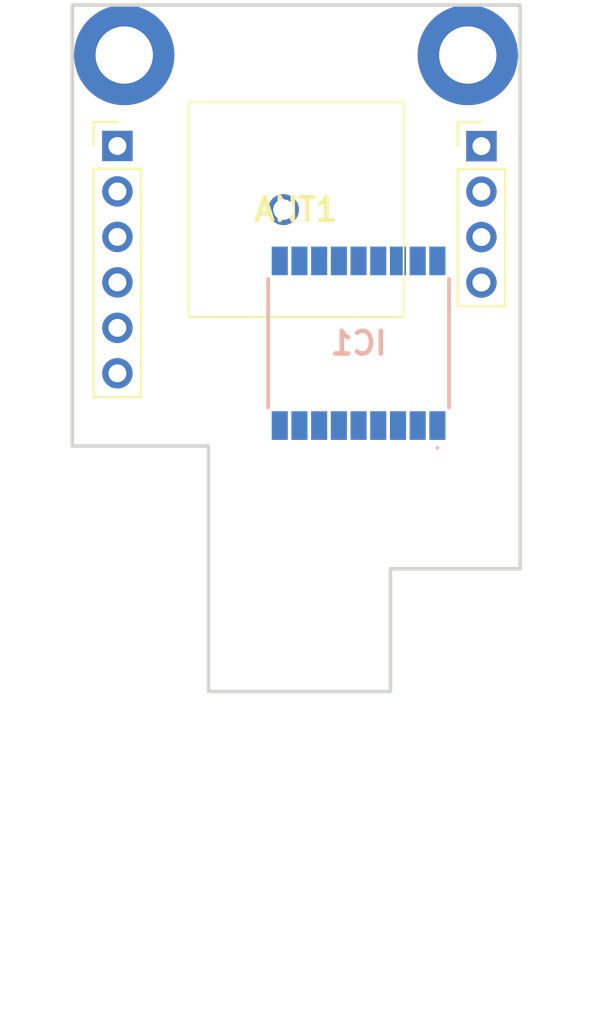
<source format=kicad_pcb>
(kicad_pcb (version 20221018) (generator pcbnew)
  (layers (0 "F.Cu" signal) (31 "B.Cu" signal) (34 "B.Paste" user) (35 "F.Paste" user) (36 "B.SilkS" user "B.Silkscreen") (37 "F.SilkS" user "F.Silkscreen") (38 "B.Mask" user) (39 "F.Mask" user) (44 "Edge.Cuts" user))
  (net 0 "")
  (net 19 "/BRKOUT7")
  (net 20 "/BRKOUT6")
  (net 21 "/BRKOUT5")
  (net 22 "+12P")
  (net 23 "+3V3")
  (net 24 "GND")
  (net 25 "/BRKOUT1")
  (net 26 "/BRKOUT2")
  (net 27 "/BRKOUT3")
  (net 28 "/BRKOUT4")
  (footprint "SamacSys_Parts.3dshapes:GP1575124A02" (layer "F.Cu") (at 161.925 79.629)
    (fp_text reference "ANT1" (at 0.7 0) (layer "F.SilkS") (effects (font (size 1.27 1.27) (thickness 0.254))))
    (fp_text value "GP.1575.12.4.A.02" hide)
    (fp_line (start -5.3 -6) (end 6.7 -6) (stroke (width 0.1)) (layer "F.SilkS"))
    (fp_line (start -5.3 6) (end -5.3 -6) (stroke (width 0.1)) (layer "F.SilkS"))
    (fp_line (start 6.7 -6) (end 6.7 6) (stroke (width 0.1)) (layer "F.SilkS"))
    (fp_line (start 6.7 6) (end -5.3 6) (stroke (width 0.1)) (layer "F.SilkS"))
    (pad "1" thru_hole circle (at 0 0) (size 1.725 1.725) (drill 1.15) (layers "*.Cu" "*.Mask"))
  )
  (footprint "MountingHole:MountingHole_3.2mm_M3_DIN965_Pad" (layer "F.Cu") (at 172.212 70.993)
    (fp_text reference "H7" hide)
    (fp_text value "MountingHole_Pad")
    (pad "1" thru_hole circle (at 0 0) (size 5.6 5.6) (drill 3.2) (layers "*.Cu" "*.Mask") (net 24 "GND"))
  )
  (footprint "MountingHole:MountingHole_3.2mm_M3_DIN965_Pad" (layer "F.Cu") (at 153.035 70.993)
    (fp_text reference "H8" hide)
    (fp_text value "MountingHole_Pad")
    (pad "1" thru_hole circle (at 0 0) (size 5.6 5.6) (drill 3.2) (layers "*.Cu" "*.Mask") (net 24 "GND"))
  )
  (footprint "Connector_PinHeader_2.54mm:PinHeader_1x04_P2.54mm_Vertical" (layer "F.Cu") (at 172.974 76.083)
    (fp_text reference "J3" hide)
    (fp_text value "Conn_01x04")
    (fp_line (start -1.33 -1.33) (end 0 -1.33) (stroke (width 0.12)) (layer "F.SilkS"))
    (fp_line (start -1.33 0) (end -1.33 -1.33) (stroke (width 0.12)) (layer "F.SilkS"))
    (fp_line (start -1.33 1.27) (end -1.33 8.95) (stroke (width 0.12)) (layer "F.SilkS"))
    (fp_line (start -1.33 1.27) (end 1.33 1.27) (stroke (width 0.12)) (layer "F.SilkS"))
    (fp_line (start -1.33 8.95) (end 1.33 8.95) (stroke (width 0.12)) (layer "F.SilkS"))
    (fp_line (start 1.33 1.27) (end 1.33 8.95) (stroke (width 0.12)) (layer "F.SilkS"))
    (pad "1" thru_hole rect (at 0 0) (size 1.7 1.7) (drill 1) (layers "*.Cu" "*.Mask") (net 25 "/BRKOUT1"))
    (pad "2" thru_hole oval (at 0 2.54) (size 1.7 1.7) (drill 1) (layers "*.Cu" "*.Mask") (net 26 "/BRKOUT2"))
    (pad "3" thru_hole oval (at 0 5.08) (size 1.7 1.7) (drill 1) (layers "*.Cu" "*.Mask") (net 27 "/BRKOUT3"))
    (pad "4" thru_hole oval (at 0 7.62) (size 1.7 1.7) (drill 1) (layers "*.Cu" "*.Mask") (net 28 "/BRKOUT4"))
  )
  (footprint "Connector_PinHeader_2.54mm:PinHeader_1x06_P2.54mm_Vertical" (layer "F.Cu") (at 152.654 76.073)
    (fp_text reference "J2")
    (fp_text value "Conn_01x06")
    (fp_line (start -1.33 -1.33) (end 0 -1.33) (stroke (width 0.12)) (layer "F.SilkS"))
    (fp_line (start -1.33 0) (end -1.33 -1.33) (stroke (width 0.12)) (layer "F.SilkS"))
    (fp_line (start -1.33 1.27) (end -1.33 14.03) (stroke (width 0.12)) (layer "F.SilkS"))
    (fp_line (start -1.33 1.27) (end 1.33 1.27) (stroke (width 0.12)) (layer "F.SilkS"))
    (fp_line (start -1.33 14.03) (end 1.33 14.03) (stroke (width 0.12)) (layer "F.SilkS"))
    (fp_line (start 1.33 1.27) (end 1.33 14.03) (stroke (width 0.12)) (layer "F.SilkS"))
    (pad "1" thru_hole rect (at 0 0) (size 1.7 1.7) (drill 1) (layers "*.Cu" "*.Mask") (net 19 "/BRKOUT7"))
    (pad "2" thru_hole oval (at 0 2.54) (size 1.7 1.7) (drill 1) (layers "*.Cu" "*.Mask") (net 20 "/BRKOUT6"))
    (pad "3" thru_hole oval (at 0 5.08) (size 1.7 1.7) (drill 1) (layers "*.Cu" "*.Mask") (net 21 "/BRKOUT5"))
    (pad "4" thru_hole oval (at 0 7.62) (size 1.7 1.7) (drill 1) (layers "*.Cu" "*.Mask") (net 22 "+12P"))
    (pad "5" thru_hole oval (at 0 10.16) (size 1.7 1.7) (drill 1) (layers "*.Cu" "*.Mask") (net 23 "+3V3"))
    (pad "6" thru_hole oval (at 0 12.7) (size 1.7 1.7) (drill 1) (layers "*.Cu" "*.Mask") (net 24 "GND"))
  )
  (footprint "Library:MountingHole_3.2mm_M3" (layer "F.Cu") (at 169.164 95.631)
    (fp_text reference "H1" hide)
    (fp_text value "LedHole")
    (pad "" np_thru_hole circle (at 0 0) (size 3.2 3.2) (drill 3.2) (layers "*.Cu" "*.Mask"))
  )
  (footprint "Library:MountingHole_3.2mm_M3" (layer "F.Cu") (at 159.131 90.805)
    (fp_text reference "H2" hide)
    (fp_text value "LedHole")
    (pad "" np_thru_hole circle (at 0 0) (size 3.2 3.2) (drill 3.2) (layers "*.Cu" "*.Mask"))
  )
  (footprint "SamacSys_Parts.3dshapes:TESEOLIV4FTR" (layer "B.Cu") (at 166.116 87.094 180)
    (fp_text reference "IC1" (at 0 0) (layer "B.SilkS") (effects (font (size 1.27 1.27) (thickness 0.254)) (justify mirror)))
    (fp_text value "TESEO-LIV4FTR" hide)
    (fp_line (start -5.05 3.6) (end -5.05 -3.6) (stroke (width 0.2)) (layer "B.SilkS"))
    (fp_line (start -4.4 -5.9) (end -4.4 -5.9) (stroke (width 0.1)) (layer "B.SilkS"))
    (fp_line (start -4.4 -5.8) (end -4.4 -5.8) (stroke (width 0.1)) (layer "B.SilkS"))
    (fp_line (start 5.05 3.6) (end 5.05 -3.6) (stroke (width 0.2)) (layer "B.SilkS"))
    (fp_arc (start -4.4 -5.9) (mid -4.35 -5.85) (end -4.4 -5.8) (stroke (width 0.1)) (layer "B.SilkS"))
    (fp_arc (start -4.4 -5.8) (mid -4.45 -5.85) (end -4.4 -5.9) (stroke (width 0.1)) (layer "B.SilkS"))
    (pad "1" smd rect (at -4.4 -4.6 180) (size 0.9 1.6) (layers "B.Cu" "B.Paste" "B.Mask"))
    (pad "2" smd rect (at -3.3 -4.6 180) (size 0.9 1.6) (layers "B.Cu" "B.Paste" "B.Mask"))
    (pad "3" smd rect (at -2.2 -4.6 180) (size 0.9 1.6) (layers "B.Cu" "B.Paste" "B.Mask"))
    (pad "4" smd rect (at -1.1 -4.6 180) (size 0.9 1.6) (layers "B.Cu" "B.Paste" "B.Mask"))
    (pad "5" smd rect (at 0 -4.6 180) (size 0.9 1.6) (layers "B.Cu" "B.Paste" "B.Mask"))
    (pad "6" smd rect (at 1.1 -4.6 180) (size 0.9 1.6) (layers "B.Cu" "B.Paste" "B.Mask"))
    (pad "7" smd rect (at 2.2 -4.6 180) (size 0.9 1.6) (layers "B.Cu" "B.Paste" "B.Mask"))
    (pad "8" smd rect (at 3.3 -4.6 180) (size 0.9 1.6) (layers "B.Cu" "B.Paste" "B.Mask"))
    (pad "9" smd rect (at 4.4 -4.6 180) (size 0.9 1.6) (layers "B.Cu" "B.Paste" "B.Mask"))
    (pad "10" smd rect (at 4.4 4.6 180) (size 0.9 1.6) (layers "B.Cu" "B.Paste" "B.Mask"))
    (pad "11" smd rect (at 3.3 4.6 180) (size 0.9 1.6) (layers "B.Cu" "B.Paste" "B.Mask"))
    (pad "12" smd rect (at 2.2 4.6 180) (size 0.9 1.6) (layers "B.Cu" "B.Paste" "B.Mask"))
    (pad "13" smd rect (at 1.1 4.6 180) (size 0.9 1.6) (layers "B.Cu" "B.Paste" "B.Mask"))
    (pad "14" smd rect (at 0 4.6 180) (size 0.9 1.6) (layers "B.Cu" "B.Paste" "B.Mask"))
    (pad "15" smd rect (at -1.1 4.6 180) (size 0.9 1.6) (layers "B.Cu" "B.Paste" "B.Mask"))
    (pad "16" smd rect (at -2.2 4.6 180) (size 0.9 1.6) (layers "B.Cu" "B.Paste" "B.Mask"))
    (pad "17" smd rect (at -3.3 4.6 180) (size 0.9 1.6) (layers "B.Cu" "B.Paste" "B.Mask"))
    (pad "18" smd rect (at -4.4 4.6 180) (size 0.9 1.6) (layers "B.Cu" "B.Paste" "B.Mask"))
  )
  (gr_line (start 157.734 106.553) (end 167.894 106.553) (stroke (width 0.2)) (layer "Edge.Cuts"))
  (gr_line (start 150.133 68.199) (end 175.133 68.199) (stroke (width 0.2)) (layer "Edge.Cuts"))
  (gr_line (start 150.133 92.837) (end 150.133 68.199) (stroke (width 0.2)) (layer "Edge.Cuts"))
  (gr_line (start 175.133 68.199) (end 175.133 99.695) (stroke (width 0.2)) (layer "Edge.Cuts"))
  (gr_line (start 167.894 99.695) (end 175.133 99.695) (stroke (width 0.2)) (layer "Edge.Cuts"))
  (gr_line (start 150.133 92.837) (end 157.734 92.837) (stroke (width 0.2)) (layer "Edge.Cuts"))
  (gr_line (start 167.894 99.695) (end 167.894 106.553) (stroke (width 0.2)) (layer "Edge.Cuts"))
  (gr_line (start 157.734 92.837) (end 157.734 106.553) (stroke (width 0.2)) (layer "Edge.Cuts"))
)
</source>
